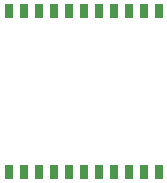
<source format=gbs>
G04*
G04 #@! TF.GenerationSoftware,Altium Limited,Altium Designer,20.0.1 (14)*
G04*
G04 Layer_Color=16711935*
%FSLAX44Y44*%
%MOMM*%
G71*
G01*
G75*
%ADD43R,0.8000X1.2000*%
D43*
X143500Y8250D02*
D03*
X130800D02*
D03*
X143500Y144250D02*
D03*
X130800D02*
D03*
X105400Y8250D02*
D03*
X118100D02*
D03*
X16500D02*
D03*
X29200D02*
D03*
X41900D02*
D03*
X54600D02*
D03*
X67300D02*
D03*
X80000D02*
D03*
X92700D02*
D03*
X118100Y144250D02*
D03*
X105400D02*
D03*
X92700D02*
D03*
X80000D02*
D03*
X67300D02*
D03*
X54600D02*
D03*
X41900D02*
D03*
X29200D02*
D03*
X16500D02*
D03*
M02*

</source>
